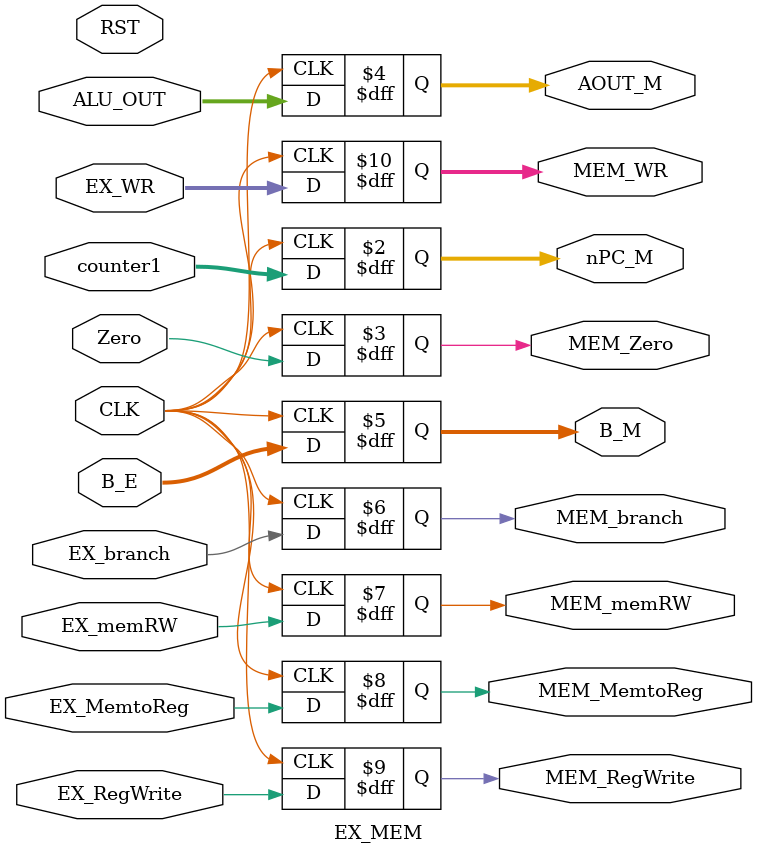
<source format=v>
module EX_MEM (counter1, Zero, ALU_OUT, B_E, EX_branch, EX_memRW, EX_MemtoReg, EX_RegWrite, EX_WR, 
nPC_M, MEM_Zero, AOUT_M, B_M, MEM_branch, MEM_memRW, MEM_MemtoReg, MEM_RegWrite, MEM_WR, CLK, RST);

    input CLK;
    input RST;
    input [31:0] counter1;
    input Zero;
    input [31:0] ALU_OUT;
    input [31:0] B_E;
    input EX_branch;
    input EX_memRW;
    input EX_MemtoReg;
    input EX_RegWrite;
    input [4:0] EX_WR;

    output reg [31:0] nPC_M;
    output reg MEM_Zero;
    output reg [31:0] AOUT_M;
    output reg [31:0] B_M;
    output reg MEM_branch;
    output reg MEM_memRW;
    output reg MEM_MemtoReg;
    output reg MEM_RegWrite;
    output reg [4:0] MEM_WR;

    always @(posedge CLK) begin
        nPC_M <= counter1;
        MEM_Zero <= Zero;
        AOUT_M <= ALU_OUT;
        B_M <= B_E;
        MEM_branch <= EX_branch;
        MEM_memRW <= EX_memRW;
        MEM_MemtoReg <= EX_MemtoReg;
        MEM_RegWrite <= EX_RegWrite;
        MEM_WR <= EX_WR;
        // $display("%2t: EX_MEM", $time);
    end
    

endmodule
</source>
